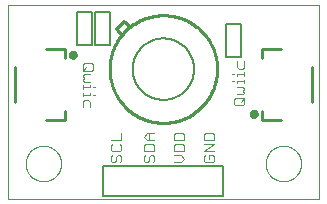
<source format=gto>
G75*
%MOIN*%
%OFA0B0*%
%FSLAX25Y25*%
%IPPOS*%
%LPD*%
%AMOC8*
5,1,8,0,0,1.08239X$1,22.5*
%
%ADD10C,0.00100*%
%ADD11C,0.00000*%
%ADD12C,0.00400*%
%ADD13C,0.00500*%
%ADD14C,0.01575*%
%ADD15C,0.01000*%
D10*
X0001350Y0007294D02*
X0001350Y0071861D01*
X0104972Y0071861D01*
X0104972Y0007294D01*
X0001350Y0007294D01*
D11*
X0007255Y0019106D02*
X0007257Y0019259D01*
X0007263Y0019413D01*
X0007273Y0019566D01*
X0007287Y0019718D01*
X0007305Y0019871D01*
X0007327Y0020022D01*
X0007352Y0020173D01*
X0007382Y0020324D01*
X0007416Y0020474D01*
X0007453Y0020622D01*
X0007494Y0020770D01*
X0007539Y0020916D01*
X0007588Y0021062D01*
X0007641Y0021206D01*
X0007697Y0021348D01*
X0007757Y0021489D01*
X0007821Y0021629D01*
X0007888Y0021767D01*
X0007959Y0021903D01*
X0008034Y0022037D01*
X0008111Y0022169D01*
X0008193Y0022299D01*
X0008277Y0022427D01*
X0008365Y0022553D01*
X0008456Y0022676D01*
X0008550Y0022797D01*
X0008648Y0022915D01*
X0008748Y0023031D01*
X0008852Y0023144D01*
X0008958Y0023255D01*
X0009067Y0023363D01*
X0009179Y0023468D01*
X0009293Y0023569D01*
X0009411Y0023668D01*
X0009530Y0023764D01*
X0009652Y0023857D01*
X0009777Y0023946D01*
X0009904Y0024033D01*
X0010033Y0024115D01*
X0010164Y0024195D01*
X0010297Y0024271D01*
X0010432Y0024344D01*
X0010569Y0024413D01*
X0010708Y0024478D01*
X0010848Y0024540D01*
X0010990Y0024598D01*
X0011133Y0024653D01*
X0011278Y0024704D01*
X0011424Y0024751D01*
X0011571Y0024794D01*
X0011719Y0024833D01*
X0011868Y0024869D01*
X0012018Y0024900D01*
X0012169Y0024928D01*
X0012320Y0024952D01*
X0012473Y0024972D01*
X0012625Y0024988D01*
X0012778Y0025000D01*
X0012931Y0025008D01*
X0013084Y0025012D01*
X0013238Y0025012D01*
X0013391Y0025008D01*
X0013544Y0025000D01*
X0013697Y0024988D01*
X0013849Y0024972D01*
X0014002Y0024952D01*
X0014153Y0024928D01*
X0014304Y0024900D01*
X0014454Y0024869D01*
X0014603Y0024833D01*
X0014751Y0024794D01*
X0014898Y0024751D01*
X0015044Y0024704D01*
X0015189Y0024653D01*
X0015332Y0024598D01*
X0015474Y0024540D01*
X0015614Y0024478D01*
X0015753Y0024413D01*
X0015890Y0024344D01*
X0016025Y0024271D01*
X0016158Y0024195D01*
X0016289Y0024115D01*
X0016418Y0024033D01*
X0016545Y0023946D01*
X0016670Y0023857D01*
X0016792Y0023764D01*
X0016911Y0023668D01*
X0017029Y0023569D01*
X0017143Y0023468D01*
X0017255Y0023363D01*
X0017364Y0023255D01*
X0017470Y0023144D01*
X0017574Y0023031D01*
X0017674Y0022915D01*
X0017772Y0022797D01*
X0017866Y0022676D01*
X0017957Y0022553D01*
X0018045Y0022427D01*
X0018129Y0022299D01*
X0018211Y0022169D01*
X0018288Y0022037D01*
X0018363Y0021903D01*
X0018434Y0021767D01*
X0018501Y0021629D01*
X0018565Y0021489D01*
X0018625Y0021348D01*
X0018681Y0021206D01*
X0018734Y0021062D01*
X0018783Y0020916D01*
X0018828Y0020770D01*
X0018869Y0020622D01*
X0018906Y0020474D01*
X0018940Y0020324D01*
X0018970Y0020173D01*
X0018995Y0020022D01*
X0019017Y0019871D01*
X0019035Y0019718D01*
X0019049Y0019566D01*
X0019059Y0019413D01*
X0019065Y0019259D01*
X0019067Y0019106D01*
X0019065Y0018953D01*
X0019059Y0018799D01*
X0019049Y0018646D01*
X0019035Y0018494D01*
X0019017Y0018341D01*
X0018995Y0018190D01*
X0018970Y0018039D01*
X0018940Y0017888D01*
X0018906Y0017738D01*
X0018869Y0017590D01*
X0018828Y0017442D01*
X0018783Y0017296D01*
X0018734Y0017150D01*
X0018681Y0017006D01*
X0018625Y0016864D01*
X0018565Y0016723D01*
X0018501Y0016583D01*
X0018434Y0016445D01*
X0018363Y0016309D01*
X0018288Y0016175D01*
X0018211Y0016043D01*
X0018129Y0015913D01*
X0018045Y0015785D01*
X0017957Y0015659D01*
X0017866Y0015536D01*
X0017772Y0015415D01*
X0017674Y0015297D01*
X0017574Y0015181D01*
X0017470Y0015068D01*
X0017364Y0014957D01*
X0017255Y0014849D01*
X0017143Y0014744D01*
X0017029Y0014643D01*
X0016911Y0014544D01*
X0016792Y0014448D01*
X0016670Y0014355D01*
X0016545Y0014266D01*
X0016418Y0014179D01*
X0016289Y0014097D01*
X0016158Y0014017D01*
X0016025Y0013941D01*
X0015890Y0013868D01*
X0015753Y0013799D01*
X0015614Y0013734D01*
X0015474Y0013672D01*
X0015332Y0013614D01*
X0015189Y0013559D01*
X0015044Y0013508D01*
X0014898Y0013461D01*
X0014751Y0013418D01*
X0014603Y0013379D01*
X0014454Y0013343D01*
X0014304Y0013312D01*
X0014153Y0013284D01*
X0014002Y0013260D01*
X0013849Y0013240D01*
X0013697Y0013224D01*
X0013544Y0013212D01*
X0013391Y0013204D01*
X0013238Y0013200D01*
X0013084Y0013200D01*
X0012931Y0013204D01*
X0012778Y0013212D01*
X0012625Y0013224D01*
X0012473Y0013240D01*
X0012320Y0013260D01*
X0012169Y0013284D01*
X0012018Y0013312D01*
X0011868Y0013343D01*
X0011719Y0013379D01*
X0011571Y0013418D01*
X0011424Y0013461D01*
X0011278Y0013508D01*
X0011133Y0013559D01*
X0010990Y0013614D01*
X0010848Y0013672D01*
X0010708Y0013734D01*
X0010569Y0013799D01*
X0010432Y0013868D01*
X0010297Y0013941D01*
X0010164Y0014017D01*
X0010033Y0014097D01*
X0009904Y0014179D01*
X0009777Y0014266D01*
X0009652Y0014355D01*
X0009530Y0014448D01*
X0009411Y0014544D01*
X0009293Y0014643D01*
X0009179Y0014744D01*
X0009067Y0014849D01*
X0008958Y0014957D01*
X0008852Y0015068D01*
X0008748Y0015181D01*
X0008648Y0015297D01*
X0008550Y0015415D01*
X0008456Y0015536D01*
X0008365Y0015659D01*
X0008277Y0015785D01*
X0008193Y0015913D01*
X0008111Y0016043D01*
X0008034Y0016175D01*
X0007959Y0016309D01*
X0007888Y0016445D01*
X0007821Y0016583D01*
X0007757Y0016723D01*
X0007697Y0016864D01*
X0007641Y0017006D01*
X0007588Y0017150D01*
X0007539Y0017296D01*
X0007494Y0017442D01*
X0007453Y0017590D01*
X0007416Y0017738D01*
X0007382Y0017888D01*
X0007352Y0018039D01*
X0007327Y0018190D01*
X0007305Y0018341D01*
X0007287Y0018494D01*
X0007273Y0018646D01*
X0007263Y0018799D01*
X0007257Y0018953D01*
X0007255Y0019106D01*
X0087255Y0019106D02*
X0087257Y0019259D01*
X0087263Y0019413D01*
X0087273Y0019566D01*
X0087287Y0019718D01*
X0087305Y0019871D01*
X0087327Y0020022D01*
X0087352Y0020173D01*
X0087382Y0020324D01*
X0087416Y0020474D01*
X0087453Y0020622D01*
X0087494Y0020770D01*
X0087539Y0020916D01*
X0087588Y0021062D01*
X0087641Y0021206D01*
X0087697Y0021348D01*
X0087757Y0021489D01*
X0087821Y0021629D01*
X0087888Y0021767D01*
X0087959Y0021903D01*
X0088034Y0022037D01*
X0088111Y0022169D01*
X0088193Y0022299D01*
X0088277Y0022427D01*
X0088365Y0022553D01*
X0088456Y0022676D01*
X0088550Y0022797D01*
X0088648Y0022915D01*
X0088748Y0023031D01*
X0088852Y0023144D01*
X0088958Y0023255D01*
X0089067Y0023363D01*
X0089179Y0023468D01*
X0089293Y0023569D01*
X0089411Y0023668D01*
X0089530Y0023764D01*
X0089652Y0023857D01*
X0089777Y0023946D01*
X0089904Y0024033D01*
X0090033Y0024115D01*
X0090164Y0024195D01*
X0090297Y0024271D01*
X0090432Y0024344D01*
X0090569Y0024413D01*
X0090708Y0024478D01*
X0090848Y0024540D01*
X0090990Y0024598D01*
X0091133Y0024653D01*
X0091278Y0024704D01*
X0091424Y0024751D01*
X0091571Y0024794D01*
X0091719Y0024833D01*
X0091868Y0024869D01*
X0092018Y0024900D01*
X0092169Y0024928D01*
X0092320Y0024952D01*
X0092473Y0024972D01*
X0092625Y0024988D01*
X0092778Y0025000D01*
X0092931Y0025008D01*
X0093084Y0025012D01*
X0093238Y0025012D01*
X0093391Y0025008D01*
X0093544Y0025000D01*
X0093697Y0024988D01*
X0093849Y0024972D01*
X0094002Y0024952D01*
X0094153Y0024928D01*
X0094304Y0024900D01*
X0094454Y0024869D01*
X0094603Y0024833D01*
X0094751Y0024794D01*
X0094898Y0024751D01*
X0095044Y0024704D01*
X0095189Y0024653D01*
X0095332Y0024598D01*
X0095474Y0024540D01*
X0095614Y0024478D01*
X0095753Y0024413D01*
X0095890Y0024344D01*
X0096025Y0024271D01*
X0096158Y0024195D01*
X0096289Y0024115D01*
X0096418Y0024033D01*
X0096545Y0023946D01*
X0096670Y0023857D01*
X0096792Y0023764D01*
X0096911Y0023668D01*
X0097029Y0023569D01*
X0097143Y0023468D01*
X0097255Y0023363D01*
X0097364Y0023255D01*
X0097470Y0023144D01*
X0097574Y0023031D01*
X0097674Y0022915D01*
X0097772Y0022797D01*
X0097866Y0022676D01*
X0097957Y0022553D01*
X0098045Y0022427D01*
X0098129Y0022299D01*
X0098211Y0022169D01*
X0098288Y0022037D01*
X0098363Y0021903D01*
X0098434Y0021767D01*
X0098501Y0021629D01*
X0098565Y0021489D01*
X0098625Y0021348D01*
X0098681Y0021206D01*
X0098734Y0021062D01*
X0098783Y0020916D01*
X0098828Y0020770D01*
X0098869Y0020622D01*
X0098906Y0020474D01*
X0098940Y0020324D01*
X0098970Y0020173D01*
X0098995Y0020022D01*
X0099017Y0019871D01*
X0099035Y0019718D01*
X0099049Y0019566D01*
X0099059Y0019413D01*
X0099065Y0019259D01*
X0099067Y0019106D01*
X0099065Y0018953D01*
X0099059Y0018799D01*
X0099049Y0018646D01*
X0099035Y0018494D01*
X0099017Y0018341D01*
X0098995Y0018190D01*
X0098970Y0018039D01*
X0098940Y0017888D01*
X0098906Y0017738D01*
X0098869Y0017590D01*
X0098828Y0017442D01*
X0098783Y0017296D01*
X0098734Y0017150D01*
X0098681Y0017006D01*
X0098625Y0016864D01*
X0098565Y0016723D01*
X0098501Y0016583D01*
X0098434Y0016445D01*
X0098363Y0016309D01*
X0098288Y0016175D01*
X0098211Y0016043D01*
X0098129Y0015913D01*
X0098045Y0015785D01*
X0097957Y0015659D01*
X0097866Y0015536D01*
X0097772Y0015415D01*
X0097674Y0015297D01*
X0097574Y0015181D01*
X0097470Y0015068D01*
X0097364Y0014957D01*
X0097255Y0014849D01*
X0097143Y0014744D01*
X0097029Y0014643D01*
X0096911Y0014544D01*
X0096792Y0014448D01*
X0096670Y0014355D01*
X0096545Y0014266D01*
X0096418Y0014179D01*
X0096289Y0014097D01*
X0096158Y0014017D01*
X0096025Y0013941D01*
X0095890Y0013868D01*
X0095753Y0013799D01*
X0095614Y0013734D01*
X0095474Y0013672D01*
X0095332Y0013614D01*
X0095189Y0013559D01*
X0095044Y0013508D01*
X0094898Y0013461D01*
X0094751Y0013418D01*
X0094603Y0013379D01*
X0094454Y0013343D01*
X0094304Y0013312D01*
X0094153Y0013284D01*
X0094002Y0013260D01*
X0093849Y0013240D01*
X0093697Y0013224D01*
X0093544Y0013212D01*
X0093391Y0013204D01*
X0093238Y0013200D01*
X0093084Y0013200D01*
X0092931Y0013204D01*
X0092778Y0013212D01*
X0092625Y0013224D01*
X0092473Y0013240D01*
X0092320Y0013260D01*
X0092169Y0013284D01*
X0092018Y0013312D01*
X0091868Y0013343D01*
X0091719Y0013379D01*
X0091571Y0013418D01*
X0091424Y0013461D01*
X0091278Y0013508D01*
X0091133Y0013559D01*
X0090990Y0013614D01*
X0090848Y0013672D01*
X0090708Y0013734D01*
X0090569Y0013799D01*
X0090432Y0013868D01*
X0090297Y0013941D01*
X0090164Y0014017D01*
X0090033Y0014097D01*
X0089904Y0014179D01*
X0089777Y0014266D01*
X0089652Y0014355D01*
X0089530Y0014448D01*
X0089411Y0014544D01*
X0089293Y0014643D01*
X0089179Y0014744D01*
X0089067Y0014849D01*
X0088958Y0014957D01*
X0088852Y0015068D01*
X0088748Y0015181D01*
X0088648Y0015297D01*
X0088550Y0015415D01*
X0088456Y0015536D01*
X0088365Y0015659D01*
X0088277Y0015785D01*
X0088193Y0015913D01*
X0088111Y0016043D01*
X0088034Y0016175D01*
X0087959Y0016309D01*
X0087888Y0016445D01*
X0087821Y0016583D01*
X0087757Y0016723D01*
X0087697Y0016864D01*
X0087641Y0017006D01*
X0087588Y0017150D01*
X0087539Y0017296D01*
X0087494Y0017442D01*
X0087453Y0017590D01*
X0087416Y0017738D01*
X0087382Y0017888D01*
X0087352Y0018039D01*
X0087327Y0018190D01*
X0087305Y0018341D01*
X0087287Y0018494D01*
X0087273Y0018646D01*
X0087263Y0018799D01*
X0087257Y0018953D01*
X0087255Y0019106D01*
D12*
X0070150Y0020095D02*
X0070150Y0021296D01*
X0069549Y0021897D01*
X0068348Y0021897D01*
X0068348Y0020696D01*
X0067147Y0021897D02*
X0066547Y0021296D01*
X0066547Y0020095D01*
X0067147Y0019494D01*
X0069549Y0019494D01*
X0070150Y0020095D01*
X0070150Y0023178D02*
X0066547Y0023178D01*
X0070150Y0025580D01*
X0066547Y0025580D01*
X0066547Y0026861D02*
X0066547Y0028662D01*
X0067147Y0029263D01*
X0069549Y0029263D01*
X0070150Y0028662D01*
X0070150Y0026861D01*
X0066547Y0026861D01*
X0060150Y0026861D02*
X0060150Y0028662D01*
X0059549Y0029263D01*
X0057147Y0029263D01*
X0056547Y0028662D01*
X0056547Y0026861D01*
X0060150Y0026861D01*
X0059549Y0025580D02*
X0057147Y0025580D01*
X0056547Y0024979D01*
X0056547Y0023178D01*
X0060150Y0023178D01*
X0060150Y0024979D01*
X0059549Y0025580D01*
X0058949Y0021897D02*
X0056547Y0021897D01*
X0058949Y0021897D02*
X0060150Y0020696D01*
X0058949Y0019494D01*
X0056547Y0019494D01*
X0050150Y0020095D02*
X0049549Y0019494D01*
X0050150Y0020095D02*
X0050150Y0021296D01*
X0049549Y0021897D01*
X0048949Y0021897D01*
X0048348Y0021296D01*
X0048348Y0020095D01*
X0047748Y0019494D01*
X0047147Y0019494D01*
X0046547Y0020095D01*
X0046547Y0021296D01*
X0047147Y0021897D01*
X0046547Y0023178D02*
X0046547Y0024979D01*
X0047147Y0025580D01*
X0049549Y0025580D01*
X0050150Y0024979D01*
X0050150Y0023178D01*
X0046547Y0023178D01*
X0047748Y0026861D02*
X0046547Y0028062D01*
X0047748Y0029263D01*
X0050150Y0029263D01*
X0048348Y0029263D02*
X0048348Y0026861D01*
X0047748Y0026861D02*
X0050150Y0026861D01*
X0039150Y0026861D02*
X0039150Y0029263D01*
X0039150Y0026861D02*
X0035547Y0026861D01*
X0036147Y0025580D02*
X0035547Y0024979D01*
X0035547Y0023778D01*
X0036147Y0023178D01*
X0038549Y0023178D01*
X0039150Y0023778D01*
X0039150Y0024979D01*
X0038549Y0025580D01*
X0038549Y0021897D02*
X0039150Y0021296D01*
X0039150Y0020095D01*
X0038549Y0019494D01*
X0037348Y0020095D02*
X0037348Y0021296D01*
X0037949Y0021897D01*
X0038549Y0021897D01*
X0037348Y0020095D02*
X0036748Y0019494D01*
X0036147Y0019494D01*
X0035547Y0020095D01*
X0035547Y0021296D01*
X0036147Y0021897D01*
X0028652Y0037815D02*
X0028652Y0039617D01*
X0028052Y0040217D01*
X0026851Y0040217D01*
X0026250Y0039617D01*
X0026250Y0037815D01*
X0026250Y0041472D02*
X0026250Y0042673D01*
X0026250Y0042072D02*
X0028652Y0042072D01*
X0028652Y0042673D01*
X0029853Y0042072D02*
X0030454Y0042072D01*
X0030454Y0044528D02*
X0029853Y0044528D01*
X0028652Y0044528D02*
X0028652Y0045128D01*
X0028652Y0044528D02*
X0026250Y0044528D01*
X0026250Y0045128D02*
X0026250Y0043927D01*
X0026851Y0046409D02*
X0026250Y0047010D01*
X0026851Y0047610D01*
X0026250Y0048211D01*
X0026851Y0048811D01*
X0028652Y0048811D01*
X0029253Y0050092D02*
X0026851Y0050092D01*
X0026250Y0050693D01*
X0026250Y0051894D01*
X0026851Y0052494D01*
X0029253Y0052494D01*
X0029853Y0051894D01*
X0029853Y0050693D01*
X0029253Y0050092D01*
X0027451Y0051293D02*
X0026250Y0050092D01*
X0026851Y0046409D02*
X0028652Y0046409D01*
X0075946Y0046461D02*
X0076547Y0046461D01*
X0077748Y0046461D02*
X0077748Y0045861D01*
X0077748Y0046461D02*
X0080150Y0046461D01*
X0080150Y0045861D02*
X0080150Y0047062D01*
X0080150Y0048316D02*
X0080150Y0049517D01*
X0080150Y0048917D02*
X0077748Y0048917D01*
X0077748Y0048316D01*
X0076547Y0048917D02*
X0075946Y0048917D01*
X0078348Y0050772D02*
X0077748Y0051372D01*
X0077748Y0053174D01*
X0080150Y0053174D02*
X0080150Y0051372D01*
X0079549Y0050772D01*
X0078348Y0050772D01*
X0077748Y0044580D02*
X0079549Y0044580D01*
X0080150Y0043979D01*
X0079549Y0043379D01*
X0080150Y0042778D01*
X0079549Y0042178D01*
X0077748Y0042178D01*
X0077147Y0040897D02*
X0079549Y0040897D01*
X0080150Y0040296D01*
X0080150Y0039095D01*
X0079549Y0038494D01*
X0077147Y0038494D01*
X0076547Y0039095D01*
X0076547Y0040296D01*
X0077147Y0040897D01*
X0078949Y0039696D02*
X0080150Y0040897D01*
D13*
X0078950Y0054694D02*
X0073950Y0054694D01*
X0073950Y0065694D01*
X0078950Y0065694D01*
X0078950Y0054694D01*
X0035248Y0050602D02*
X0035253Y0051042D01*
X0035270Y0051481D01*
X0035297Y0051920D01*
X0035334Y0052358D01*
X0035383Y0052795D01*
X0035442Y0053230D01*
X0035512Y0053664D01*
X0035592Y0054097D01*
X0035683Y0054527D01*
X0035785Y0054955D01*
X0035897Y0055380D01*
X0036019Y0055802D01*
X0036152Y0056221D01*
X0036295Y0056637D01*
X0036448Y0057049D01*
X0036612Y0057457D01*
X0036785Y0057861D01*
X0036968Y0058261D01*
X0037161Y0058656D01*
X0037363Y0059046D01*
X0037575Y0059431D01*
X0037797Y0059811D01*
X0038027Y0060185D01*
X0038267Y0060554D01*
X0038516Y0060916D01*
X0038773Y0061273D01*
X0039039Y0061623D01*
X0039314Y0061966D01*
X0039597Y0062302D01*
X0039888Y0062632D01*
X0040188Y0062954D01*
X0040495Y0063268D01*
X0040809Y0063575D01*
X0041131Y0063875D01*
X0041461Y0064166D01*
X0041797Y0064449D01*
X0042140Y0064724D01*
X0042490Y0064990D01*
X0042847Y0065247D01*
X0043209Y0065496D01*
X0043578Y0065736D01*
X0043952Y0065966D01*
X0044332Y0066188D01*
X0044717Y0066400D01*
X0045107Y0066602D01*
X0045502Y0066795D01*
X0045902Y0066978D01*
X0046306Y0067151D01*
X0046714Y0067315D01*
X0047126Y0067468D01*
X0047542Y0067611D01*
X0047961Y0067744D01*
X0048383Y0067866D01*
X0048808Y0067978D01*
X0049236Y0068080D01*
X0049666Y0068171D01*
X0050099Y0068251D01*
X0050533Y0068321D01*
X0050968Y0068380D01*
X0051405Y0068429D01*
X0051843Y0068466D01*
X0052282Y0068493D01*
X0052721Y0068510D01*
X0053161Y0068515D01*
X0053601Y0068510D01*
X0054040Y0068493D01*
X0054479Y0068466D01*
X0054917Y0068429D01*
X0055354Y0068380D01*
X0055789Y0068321D01*
X0056223Y0068251D01*
X0056656Y0068171D01*
X0057086Y0068080D01*
X0057514Y0067978D01*
X0057939Y0067866D01*
X0058361Y0067744D01*
X0058780Y0067611D01*
X0059196Y0067468D01*
X0059608Y0067315D01*
X0060016Y0067151D01*
X0060420Y0066978D01*
X0060820Y0066795D01*
X0061215Y0066602D01*
X0061605Y0066400D01*
X0061990Y0066188D01*
X0062370Y0065966D01*
X0062744Y0065736D01*
X0063113Y0065496D01*
X0063475Y0065247D01*
X0063832Y0064990D01*
X0064182Y0064724D01*
X0064525Y0064449D01*
X0064861Y0064166D01*
X0065191Y0063875D01*
X0065513Y0063575D01*
X0065827Y0063268D01*
X0066134Y0062954D01*
X0066434Y0062632D01*
X0066725Y0062302D01*
X0067008Y0061966D01*
X0067283Y0061623D01*
X0067549Y0061273D01*
X0067806Y0060916D01*
X0068055Y0060554D01*
X0068295Y0060185D01*
X0068525Y0059811D01*
X0068747Y0059431D01*
X0068959Y0059046D01*
X0069161Y0058656D01*
X0069354Y0058261D01*
X0069537Y0057861D01*
X0069710Y0057457D01*
X0069874Y0057049D01*
X0070027Y0056637D01*
X0070170Y0056221D01*
X0070303Y0055802D01*
X0070425Y0055380D01*
X0070537Y0054955D01*
X0070639Y0054527D01*
X0070730Y0054097D01*
X0070810Y0053664D01*
X0070880Y0053230D01*
X0070939Y0052795D01*
X0070988Y0052358D01*
X0071025Y0051920D01*
X0071052Y0051481D01*
X0071069Y0051042D01*
X0071074Y0050602D01*
X0071069Y0050162D01*
X0071052Y0049723D01*
X0071025Y0049284D01*
X0070988Y0048846D01*
X0070939Y0048409D01*
X0070880Y0047974D01*
X0070810Y0047540D01*
X0070730Y0047107D01*
X0070639Y0046677D01*
X0070537Y0046249D01*
X0070425Y0045824D01*
X0070303Y0045402D01*
X0070170Y0044983D01*
X0070027Y0044567D01*
X0069874Y0044155D01*
X0069710Y0043747D01*
X0069537Y0043343D01*
X0069354Y0042943D01*
X0069161Y0042548D01*
X0068959Y0042158D01*
X0068747Y0041773D01*
X0068525Y0041393D01*
X0068295Y0041019D01*
X0068055Y0040650D01*
X0067806Y0040288D01*
X0067549Y0039931D01*
X0067283Y0039581D01*
X0067008Y0039238D01*
X0066725Y0038902D01*
X0066434Y0038572D01*
X0066134Y0038250D01*
X0065827Y0037936D01*
X0065513Y0037629D01*
X0065191Y0037329D01*
X0064861Y0037038D01*
X0064525Y0036755D01*
X0064182Y0036480D01*
X0063832Y0036214D01*
X0063475Y0035957D01*
X0063113Y0035708D01*
X0062744Y0035468D01*
X0062370Y0035238D01*
X0061990Y0035016D01*
X0061605Y0034804D01*
X0061215Y0034602D01*
X0060820Y0034409D01*
X0060420Y0034226D01*
X0060016Y0034053D01*
X0059608Y0033889D01*
X0059196Y0033736D01*
X0058780Y0033593D01*
X0058361Y0033460D01*
X0057939Y0033338D01*
X0057514Y0033226D01*
X0057086Y0033124D01*
X0056656Y0033033D01*
X0056223Y0032953D01*
X0055789Y0032883D01*
X0055354Y0032824D01*
X0054917Y0032775D01*
X0054479Y0032738D01*
X0054040Y0032711D01*
X0053601Y0032694D01*
X0053161Y0032689D01*
X0052721Y0032694D01*
X0052282Y0032711D01*
X0051843Y0032738D01*
X0051405Y0032775D01*
X0050968Y0032824D01*
X0050533Y0032883D01*
X0050099Y0032953D01*
X0049666Y0033033D01*
X0049236Y0033124D01*
X0048808Y0033226D01*
X0048383Y0033338D01*
X0047961Y0033460D01*
X0047542Y0033593D01*
X0047126Y0033736D01*
X0046714Y0033889D01*
X0046306Y0034053D01*
X0045902Y0034226D01*
X0045502Y0034409D01*
X0045107Y0034602D01*
X0044717Y0034804D01*
X0044332Y0035016D01*
X0043952Y0035238D01*
X0043578Y0035468D01*
X0043209Y0035708D01*
X0042847Y0035957D01*
X0042490Y0036214D01*
X0042140Y0036480D01*
X0041797Y0036755D01*
X0041461Y0037038D01*
X0041131Y0037329D01*
X0040809Y0037629D01*
X0040495Y0037936D01*
X0040188Y0038250D01*
X0039888Y0038572D01*
X0039597Y0038902D01*
X0039314Y0039238D01*
X0039039Y0039581D01*
X0038773Y0039931D01*
X0038516Y0040288D01*
X0038267Y0040650D01*
X0038027Y0041019D01*
X0037797Y0041393D01*
X0037575Y0041773D01*
X0037363Y0042158D01*
X0037161Y0042548D01*
X0036968Y0042943D01*
X0036785Y0043343D01*
X0036612Y0043747D01*
X0036448Y0044155D01*
X0036295Y0044567D01*
X0036152Y0044983D01*
X0036019Y0045402D01*
X0035897Y0045824D01*
X0035785Y0046249D01*
X0035683Y0046677D01*
X0035592Y0047107D01*
X0035512Y0047540D01*
X0035442Y0047974D01*
X0035383Y0048409D01*
X0035334Y0048846D01*
X0035297Y0049284D01*
X0035270Y0049723D01*
X0035253Y0050162D01*
X0035248Y0050602D01*
X0035250Y0058594D02*
X0030250Y0058594D01*
X0030250Y0069594D01*
X0035250Y0069594D01*
X0035250Y0058594D01*
X0039300Y0062073D02*
X0037630Y0063743D01*
X0037491Y0063882D02*
X0040135Y0066526D01*
X0040274Y0066387D02*
X0041945Y0064717D01*
X0029350Y0069594D02*
X0029350Y0058594D01*
X0024350Y0058594D01*
X0024350Y0069594D01*
X0029350Y0069594D01*
X0042925Y0050602D02*
X0042928Y0050853D01*
X0042937Y0051104D01*
X0042953Y0051355D01*
X0042974Y0051605D01*
X0043002Y0051855D01*
X0043036Y0052104D01*
X0043076Y0052352D01*
X0043122Y0052599D01*
X0043174Y0052845D01*
X0043232Y0053089D01*
X0043296Y0053332D01*
X0043366Y0053573D01*
X0043442Y0053813D01*
X0043523Y0054050D01*
X0043611Y0054286D01*
X0043704Y0054519D01*
X0043803Y0054750D01*
X0043908Y0054978D01*
X0044018Y0055204D01*
X0044134Y0055427D01*
X0044255Y0055647D01*
X0044381Y0055864D01*
X0044513Y0056078D01*
X0044650Y0056289D01*
X0044792Y0056496D01*
X0044939Y0056700D01*
X0045091Y0056900D01*
X0045248Y0057096D01*
X0045410Y0057288D01*
X0045577Y0057476D01*
X0045748Y0057660D01*
X0045923Y0057840D01*
X0046103Y0058015D01*
X0046287Y0058186D01*
X0046475Y0058353D01*
X0046667Y0058515D01*
X0046863Y0058672D01*
X0047063Y0058824D01*
X0047267Y0058971D01*
X0047474Y0059113D01*
X0047685Y0059250D01*
X0047899Y0059382D01*
X0048116Y0059508D01*
X0048336Y0059629D01*
X0048559Y0059745D01*
X0048785Y0059855D01*
X0049013Y0059960D01*
X0049244Y0060059D01*
X0049477Y0060152D01*
X0049713Y0060240D01*
X0049950Y0060321D01*
X0050190Y0060397D01*
X0050431Y0060467D01*
X0050674Y0060531D01*
X0050918Y0060589D01*
X0051164Y0060641D01*
X0051411Y0060687D01*
X0051659Y0060727D01*
X0051908Y0060761D01*
X0052158Y0060789D01*
X0052408Y0060810D01*
X0052659Y0060826D01*
X0052910Y0060835D01*
X0053161Y0060838D01*
X0053412Y0060835D01*
X0053663Y0060826D01*
X0053914Y0060810D01*
X0054164Y0060789D01*
X0054414Y0060761D01*
X0054663Y0060727D01*
X0054911Y0060687D01*
X0055158Y0060641D01*
X0055404Y0060589D01*
X0055648Y0060531D01*
X0055891Y0060467D01*
X0056132Y0060397D01*
X0056372Y0060321D01*
X0056609Y0060240D01*
X0056845Y0060152D01*
X0057078Y0060059D01*
X0057309Y0059960D01*
X0057537Y0059855D01*
X0057763Y0059745D01*
X0057986Y0059629D01*
X0058206Y0059508D01*
X0058423Y0059382D01*
X0058637Y0059250D01*
X0058848Y0059113D01*
X0059055Y0058971D01*
X0059259Y0058824D01*
X0059459Y0058672D01*
X0059655Y0058515D01*
X0059847Y0058353D01*
X0060035Y0058186D01*
X0060219Y0058015D01*
X0060399Y0057840D01*
X0060574Y0057660D01*
X0060745Y0057476D01*
X0060912Y0057288D01*
X0061074Y0057096D01*
X0061231Y0056900D01*
X0061383Y0056700D01*
X0061530Y0056496D01*
X0061672Y0056289D01*
X0061809Y0056078D01*
X0061941Y0055864D01*
X0062067Y0055647D01*
X0062188Y0055427D01*
X0062304Y0055204D01*
X0062414Y0054978D01*
X0062519Y0054750D01*
X0062618Y0054519D01*
X0062711Y0054286D01*
X0062799Y0054050D01*
X0062880Y0053813D01*
X0062956Y0053573D01*
X0063026Y0053332D01*
X0063090Y0053089D01*
X0063148Y0052845D01*
X0063200Y0052599D01*
X0063246Y0052352D01*
X0063286Y0052104D01*
X0063320Y0051855D01*
X0063348Y0051605D01*
X0063369Y0051355D01*
X0063385Y0051104D01*
X0063394Y0050853D01*
X0063397Y0050602D01*
X0063394Y0050351D01*
X0063385Y0050100D01*
X0063369Y0049849D01*
X0063348Y0049599D01*
X0063320Y0049349D01*
X0063286Y0049100D01*
X0063246Y0048852D01*
X0063200Y0048605D01*
X0063148Y0048359D01*
X0063090Y0048115D01*
X0063026Y0047872D01*
X0062956Y0047631D01*
X0062880Y0047391D01*
X0062799Y0047154D01*
X0062711Y0046918D01*
X0062618Y0046685D01*
X0062519Y0046454D01*
X0062414Y0046226D01*
X0062304Y0046000D01*
X0062188Y0045777D01*
X0062067Y0045557D01*
X0061941Y0045340D01*
X0061809Y0045126D01*
X0061672Y0044915D01*
X0061530Y0044708D01*
X0061383Y0044504D01*
X0061231Y0044304D01*
X0061074Y0044108D01*
X0060912Y0043916D01*
X0060745Y0043728D01*
X0060574Y0043544D01*
X0060399Y0043364D01*
X0060219Y0043189D01*
X0060035Y0043018D01*
X0059847Y0042851D01*
X0059655Y0042689D01*
X0059459Y0042532D01*
X0059259Y0042380D01*
X0059055Y0042233D01*
X0058848Y0042091D01*
X0058637Y0041954D01*
X0058423Y0041822D01*
X0058206Y0041696D01*
X0057986Y0041575D01*
X0057763Y0041459D01*
X0057537Y0041349D01*
X0057309Y0041244D01*
X0057078Y0041145D01*
X0056845Y0041052D01*
X0056609Y0040964D01*
X0056372Y0040883D01*
X0056132Y0040807D01*
X0055891Y0040737D01*
X0055648Y0040673D01*
X0055404Y0040615D01*
X0055158Y0040563D01*
X0054911Y0040517D01*
X0054663Y0040477D01*
X0054414Y0040443D01*
X0054164Y0040415D01*
X0053914Y0040394D01*
X0053663Y0040378D01*
X0053412Y0040369D01*
X0053161Y0040366D01*
X0052910Y0040369D01*
X0052659Y0040378D01*
X0052408Y0040394D01*
X0052158Y0040415D01*
X0051908Y0040443D01*
X0051659Y0040477D01*
X0051411Y0040517D01*
X0051164Y0040563D01*
X0050918Y0040615D01*
X0050674Y0040673D01*
X0050431Y0040737D01*
X0050190Y0040807D01*
X0049950Y0040883D01*
X0049713Y0040964D01*
X0049477Y0041052D01*
X0049244Y0041145D01*
X0049013Y0041244D01*
X0048785Y0041349D01*
X0048559Y0041459D01*
X0048336Y0041575D01*
X0048116Y0041696D01*
X0047899Y0041822D01*
X0047685Y0041954D01*
X0047474Y0042091D01*
X0047267Y0042233D01*
X0047063Y0042380D01*
X0046863Y0042532D01*
X0046667Y0042689D01*
X0046475Y0042851D01*
X0046287Y0043018D01*
X0046103Y0043189D01*
X0045923Y0043364D01*
X0045748Y0043544D01*
X0045577Y0043728D01*
X0045410Y0043916D01*
X0045248Y0044108D01*
X0045091Y0044304D01*
X0044939Y0044504D01*
X0044792Y0044708D01*
X0044650Y0044915D01*
X0044513Y0045126D01*
X0044381Y0045340D01*
X0044255Y0045557D01*
X0044134Y0045777D01*
X0044018Y0046000D01*
X0043908Y0046226D01*
X0043803Y0046454D01*
X0043704Y0046685D01*
X0043611Y0046918D01*
X0043523Y0047154D01*
X0043442Y0047391D01*
X0043366Y0047631D01*
X0043296Y0047872D01*
X0043232Y0048115D01*
X0043174Y0048359D01*
X0043122Y0048605D01*
X0043076Y0048852D01*
X0043036Y0049100D01*
X0043002Y0049349D01*
X0042974Y0049599D01*
X0042953Y0049849D01*
X0042937Y0050100D01*
X0042928Y0050351D01*
X0042925Y0050602D01*
X0033161Y0018200D02*
X0073161Y0018200D01*
X0073161Y0008200D01*
X0033161Y0008200D01*
X0033161Y0018200D01*
D14*
X0082762Y0035641D02*
X0082764Y0035688D01*
X0082770Y0035734D01*
X0082779Y0035780D01*
X0082793Y0035824D01*
X0082810Y0035868D01*
X0082831Y0035909D01*
X0082855Y0035949D01*
X0082882Y0035987D01*
X0082913Y0036022D01*
X0082946Y0036055D01*
X0082982Y0036085D01*
X0083021Y0036111D01*
X0083061Y0036135D01*
X0083103Y0036154D01*
X0083147Y0036171D01*
X0083192Y0036183D01*
X0083238Y0036192D01*
X0083284Y0036197D01*
X0083331Y0036198D01*
X0083377Y0036195D01*
X0083423Y0036188D01*
X0083469Y0036177D01*
X0083513Y0036163D01*
X0083556Y0036145D01*
X0083597Y0036123D01*
X0083637Y0036098D01*
X0083674Y0036070D01*
X0083709Y0036039D01*
X0083741Y0036005D01*
X0083770Y0035968D01*
X0083795Y0035930D01*
X0083818Y0035889D01*
X0083837Y0035846D01*
X0083852Y0035802D01*
X0083864Y0035757D01*
X0083872Y0035711D01*
X0083876Y0035664D01*
X0083876Y0035618D01*
X0083872Y0035571D01*
X0083864Y0035525D01*
X0083852Y0035480D01*
X0083837Y0035436D01*
X0083818Y0035393D01*
X0083795Y0035352D01*
X0083770Y0035314D01*
X0083741Y0035277D01*
X0083709Y0035243D01*
X0083674Y0035212D01*
X0083637Y0035184D01*
X0083598Y0035159D01*
X0083556Y0035137D01*
X0083513Y0035119D01*
X0083469Y0035105D01*
X0083423Y0035094D01*
X0083377Y0035087D01*
X0083331Y0035084D01*
X0083284Y0035085D01*
X0083238Y0035090D01*
X0083192Y0035099D01*
X0083147Y0035111D01*
X0083103Y0035128D01*
X0083061Y0035147D01*
X0083021Y0035171D01*
X0082982Y0035197D01*
X0082946Y0035227D01*
X0082913Y0035260D01*
X0082882Y0035295D01*
X0082855Y0035333D01*
X0082831Y0035373D01*
X0082810Y0035414D01*
X0082793Y0035458D01*
X0082779Y0035502D01*
X0082770Y0035548D01*
X0082764Y0035594D01*
X0082762Y0035641D01*
X0022447Y0055326D02*
X0022449Y0055373D01*
X0022455Y0055419D01*
X0022464Y0055465D01*
X0022478Y0055509D01*
X0022495Y0055553D01*
X0022516Y0055594D01*
X0022540Y0055634D01*
X0022567Y0055672D01*
X0022598Y0055707D01*
X0022631Y0055740D01*
X0022667Y0055770D01*
X0022706Y0055796D01*
X0022746Y0055820D01*
X0022788Y0055839D01*
X0022832Y0055856D01*
X0022877Y0055868D01*
X0022923Y0055877D01*
X0022969Y0055882D01*
X0023016Y0055883D01*
X0023062Y0055880D01*
X0023108Y0055873D01*
X0023154Y0055862D01*
X0023198Y0055848D01*
X0023241Y0055830D01*
X0023282Y0055808D01*
X0023322Y0055783D01*
X0023359Y0055755D01*
X0023394Y0055724D01*
X0023426Y0055690D01*
X0023455Y0055653D01*
X0023480Y0055615D01*
X0023503Y0055574D01*
X0023522Y0055531D01*
X0023537Y0055487D01*
X0023549Y0055442D01*
X0023557Y0055396D01*
X0023561Y0055349D01*
X0023561Y0055303D01*
X0023557Y0055256D01*
X0023549Y0055210D01*
X0023537Y0055165D01*
X0023522Y0055121D01*
X0023503Y0055078D01*
X0023480Y0055037D01*
X0023455Y0054999D01*
X0023426Y0054962D01*
X0023394Y0054928D01*
X0023359Y0054897D01*
X0023322Y0054869D01*
X0023283Y0054844D01*
X0023241Y0054822D01*
X0023198Y0054804D01*
X0023154Y0054790D01*
X0023108Y0054779D01*
X0023062Y0054772D01*
X0023016Y0054769D01*
X0022969Y0054770D01*
X0022923Y0054775D01*
X0022877Y0054784D01*
X0022832Y0054796D01*
X0022788Y0054813D01*
X0022746Y0054832D01*
X0022706Y0054856D01*
X0022667Y0054882D01*
X0022631Y0054912D01*
X0022598Y0054945D01*
X0022567Y0054980D01*
X0022540Y0055018D01*
X0022516Y0055058D01*
X0022495Y0055099D01*
X0022478Y0055143D01*
X0022464Y0055187D01*
X0022455Y0055233D01*
X0022449Y0055279D01*
X0022447Y0055326D01*
D15*
X0020444Y0054342D02*
X0020444Y0057294D01*
X0013948Y0057294D01*
X0003712Y0051389D02*
X0003712Y0039578D01*
X0013948Y0033672D02*
X0020444Y0033672D01*
X0020444Y0036625D01*
X0035231Y0050602D02*
X0035236Y0051042D01*
X0035253Y0051482D01*
X0035280Y0051921D01*
X0035317Y0052359D01*
X0035366Y0052797D01*
X0035425Y0053233D01*
X0035495Y0053667D01*
X0035576Y0054100D01*
X0035667Y0054530D01*
X0035768Y0054959D01*
X0035880Y0055384D01*
X0036003Y0055807D01*
X0036136Y0056226D01*
X0036279Y0056642D01*
X0036432Y0057055D01*
X0036596Y0057464D01*
X0036769Y0057868D01*
X0036952Y0058268D01*
X0037145Y0058664D01*
X0037348Y0059054D01*
X0037560Y0059440D01*
X0037782Y0059820D01*
X0038013Y0060195D01*
X0038253Y0060563D01*
X0038502Y0060926D01*
X0038759Y0061283D01*
X0039026Y0061633D01*
X0039301Y0061977D01*
X0039584Y0062313D01*
X0039876Y0062643D01*
X0040175Y0062965D01*
X0040483Y0063280D01*
X0040798Y0063588D01*
X0041120Y0063887D01*
X0041450Y0064179D01*
X0041786Y0064462D01*
X0042130Y0064737D01*
X0042480Y0065004D01*
X0042837Y0065261D01*
X0043200Y0065510D01*
X0043568Y0065750D01*
X0043943Y0065981D01*
X0044323Y0066203D01*
X0044709Y0066415D01*
X0045099Y0066618D01*
X0045495Y0066811D01*
X0045895Y0066994D01*
X0046299Y0067167D01*
X0046708Y0067331D01*
X0047121Y0067484D01*
X0047537Y0067627D01*
X0047956Y0067760D01*
X0048379Y0067883D01*
X0048804Y0067995D01*
X0049233Y0068096D01*
X0049663Y0068187D01*
X0050096Y0068268D01*
X0050530Y0068338D01*
X0050966Y0068397D01*
X0051404Y0068446D01*
X0051842Y0068483D01*
X0052281Y0068510D01*
X0052721Y0068527D01*
X0053161Y0068532D01*
X0053601Y0068527D01*
X0054041Y0068510D01*
X0054480Y0068483D01*
X0054918Y0068446D01*
X0055356Y0068397D01*
X0055792Y0068338D01*
X0056226Y0068268D01*
X0056659Y0068187D01*
X0057089Y0068096D01*
X0057518Y0067995D01*
X0057943Y0067883D01*
X0058366Y0067760D01*
X0058785Y0067627D01*
X0059201Y0067484D01*
X0059614Y0067331D01*
X0060023Y0067167D01*
X0060427Y0066994D01*
X0060827Y0066811D01*
X0061223Y0066618D01*
X0061613Y0066415D01*
X0061999Y0066203D01*
X0062379Y0065981D01*
X0062754Y0065750D01*
X0063122Y0065510D01*
X0063485Y0065261D01*
X0063842Y0065004D01*
X0064192Y0064737D01*
X0064536Y0064462D01*
X0064872Y0064179D01*
X0065202Y0063887D01*
X0065524Y0063588D01*
X0065839Y0063280D01*
X0066147Y0062965D01*
X0066446Y0062643D01*
X0066738Y0062313D01*
X0067021Y0061977D01*
X0067296Y0061633D01*
X0067563Y0061283D01*
X0067820Y0060926D01*
X0068069Y0060563D01*
X0068309Y0060195D01*
X0068540Y0059820D01*
X0068762Y0059440D01*
X0068974Y0059054D01*
X0069177Y0058664D01*
X0069370Y0058268D01*
X0069553Y0057868D01*
X0069726Y0057464D01*
X0069890Y0057055D01*
X0070043Y0056642D01*
X0070186Y0056226D01*
X0070319Y0055807D01*
X0070442Y0055384D01*
X0070554Y0054959D01*
X0070655Y0054530D01*
X0070746Y0054100D01*
X0070827Y0053667D01*
X0070897Y0053233D01*
X0070956Y0052797D01*
X0071005Y0052359D01*
X0071042Y0051921D01*
X0071069Y0051482D01*
X0071086Y0051042D01*
X0071091Y0050602D01*
X0071086Y0050162D01*
X0071069Y0049722D01*
X0071042Y0049283D01*
X0071005Y0048845D01*
X0070956Y0048407D01*
X0070897Y0047971D01*
X0070827Y0047537D01*
X0070746Y0047104D01*
X0070655Y0046674D01*
X0070554Y0046245D01*
X0070442Y0045820D01*
X0070319Y0045397D01*
X0070186Y0044978D01*
X0070043Y0044562D01*
X0069890Y0044149D01*
X0069726Y0043740D01*
X0069553Y0043336D01*
X0069370Y0042936D01*
X0069177Y0042540D01*
X0068974Y0042150D01*
X0068762Y0041764D01*
X0068540Y0041384D01*
X0068309Y0041009D01*
X0068069Y0040641D01*
X0067820Y0040278D01*
X0067563Y0039921D01*
X0067296Y0039571D01*
X0067021Y0039227D01*
X0066738Y0038891D01*
X0066446Y0038561D01*
X0066147Y0038239D01*
X0065839Y0037924D01*
X0065524Y0037616D01*
X0065202Y0037317D01*
X0064872Y0037025D01*
X0064536Y0036742D01*
X0064192Y0036467D01*
X0063842Y0036200D01*
X0063485Y0035943D01*
X0063122Y0035694D01*
X0062754Y0035454D01*
X0062379Y0035223D01*
X0061999Y0035001D01*
X0061613Y0034789D01*
X0061223Y0034586D01*
X0060827Y0034393D01*
X0060427Y0034210D01*
X0060023Y0034037D01*
X0059614Y0033873D01*
X0059201Y0033720D01*
X0058785Y0033577D01*
X0058366Y0033444D01*
X0057943Y0033321D01*
X0057518Y0033209D01*
X0057089Y0033108D01*
X0056659Y0033017D01*
X0056226Y0032936D01*
X0055792Y0032866D01*
X0055356Y0032807D01*
X0054918Y0032758D01*
X0054480Y0032721D01*
X0054041Y0032694D01*
X0053601Y0032677D01*
X0053161Y0032672D01*
X0052721Y0032677D01*
X0052281Y0032694D01*
X0051842Y0032721D01*
X0051404Y0032758D01*
X0050966Y0032807D01*
X0050530Y0032866D01*
X0050096Y0032936D01*
X0049663Y0033017D01*
X0049233Y0033108D01*
X0048804Y0033209D01*
X0048379Y0033321D01*
X0047956Y0033444D01*
X0047537Y0033577D01*
X0047121Y0033720D01*
X0046708Y0033873D01*
X0046299Y0034037D01*
X0045895Y0034210D01*
X0045495Y0034393D01*
X0045099Y0034586D01*
X0044709Y0034789D01*
X0044323Y0035001D01*
X0043943Y0035223D01*
X0043568Y0035454D01*
X0043200Y0035694D01*
X0042837Y0035943D01*
X0042480Y0036200D01*
X0042130Y0036467D01*
X0041786Y0036742D01*
X0041450Y0037025D01*
X0041120Y0037317D01*
X0040798Y0037616D01*
X0040483Y0037924D01*
X0040175Y0038239D01*
X0039876Y0038561D01*
X0039584Y0038891D01*
X0039301Y0039227D01*
X0039026Y0039571D01*
X0038759Y0039921D01*
X0038502Y0040278D01*
X0038253Y0040641D01*
X0038013Y0041009D01*
X0037782Y0041384D01*
X0037560Y0041764D01*
X0037348Y0042150D01*
X0037145Y0042540D01*
X0036952Y0042936D01*
X0036769Y0043336D01*
X0036596Y0043740D01*
X0036432Y0044149D01*
X0036279Y0044562D01*
X0036136Y0044978D01*
X0036003Y0045397D01*
X0035880Y0045820D01*
X0035768Y0046245D01*
X0035667Y0046674D01*
X0035576Y0047104D01*
X0035495Y0047537D01*
X0035425Y0047971D01*
X0035366Y0048407D01*
X0035317Y0048845D01*
X0035280Y0049283D01*
X0035253Y0049722D01*
X0035236Y0050162D01*
X0035231Y0050602D01*
X0039300Y0062073D02*
X0037630Y0063743D01*
X0037491Y0063882D02*
X0040135Y0066526D01*
X0040274Y0066387D02*
X0041945Y0064717D01*
X0085878Y0057294D02*
X0085878Y0054342D01*
X0085878Y0057294D02*
X0092374Y0057294D01*
X0102610Y0051389D02*
X0102610Y0039578D01*
X0092374Y0033672D02*
X0085878Y0033672D01*
X0085878Y0036625D01*
M02*

</source>
